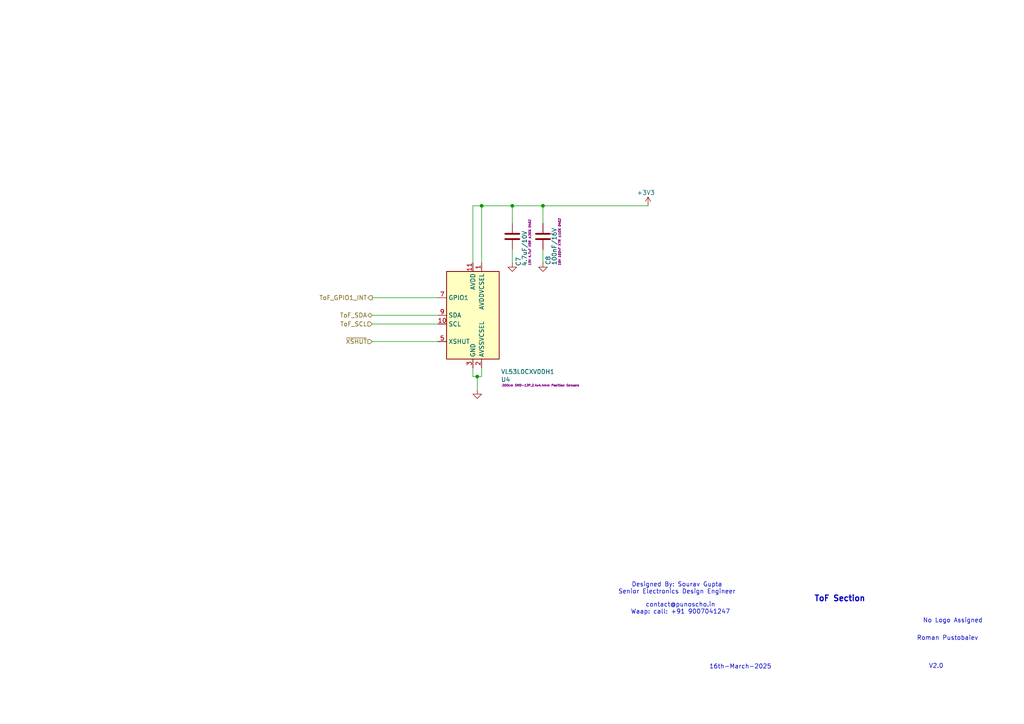
<source format=kicad_sch>
(kicad_sch (version 20250114) (generator "eeschema") (generator_version "9.0")
  (paper "A4")
  (lib_symbols
    (symbol "Device:C" (pin_numbers (hide yes)) (pin_names (offset 0.254))
      (property "Reference" "C" (at 0.635 2.54 0))
      (property "Value" "C" (at 0.635 -2.54 0))
      (symbol "C_0_1"
        (polyline (pts (xy -2.032 0.762) (xy 2.032 0.762)) (stroke (width 0.508)))
        (polyline (pts (xy -2.032 -0.762) (xy 2.032 -0.762)) (stroke (width 0.508)))
      )
      (symbol "C_1_1"
        (pin passive line (at 0 3.81 270) (length 2.794) (name "~") (number "1"))
        (pin passive line (at 0 -3.81 90) (length 2.794) (name "~") (number "2"))
      )
    )
    (symbol "Sensor_Distance:VL53L0CXV0DH1"
      (property "Reference" "U" (at -6.35 13.97 0))
      (property "Value" "VL53L0CXV0DH1" (at 12.065 13.97 0))
      (symbol "VL53L0CXV0DH1_0_1"
        (rectangle (start -7.62 12.7) (end 7.62 -12.7) (stroke (width 0.254)) (fill (type background)))
      )
      (symbol "VL53L0CXV0DH1_1_1"
        (pin open_collector line (at -10.16 5.08 0) (length 2.54) (name "GPIO1") (number "7"))
        (pin bidirectional line (at -10.16 0 0) (length 2.54) (name "SDA") (number "9"))
        (pin input line (at -10.16 -2.54 0) (length 2.54) (name "SCL") (number "10"))
        (pin input line (at -10.16 -7.62 0) (length 2.54) (name "XSHUT") (number "5"))
        (pin no_connect line (at -7.62 7.62 0) (length 2.54) (hide yes) (name "DNC") (number "8"))
        (pin power_in line (at 0 15.24 270) (length 2.54) (name "AVDD") (number "11"))
        (pin passive line (at 0 -15.24 90) (length 2.54) (hide yes) (name "GND") (number "12"))
        (pin power_in line (at 0 -15.24 90) (length 2.54) (name "GND") (number "3"))
        (pin passive line (at 0 -15.24 90) (length 2.54) (hide yes) (name "GND") (number "4"))
        (pin passive line (at 0 -15.24 90) (length 2.54) (hide yes) (name "GND") (number "6"))
        (pin power_in line (at 2.54 15.24 270) (length 2.54) (name "AVDDVCSEL") (number "1"))
        (pin power_in line (at 2.54 -15.24 90) (length 2.54) (name "AVSSVCSEL") (number "2"))
      )
    )
    (symbol "power:+3V3" (power) (pin_numbers (hide yes)) (pin_names (offset 0) (hide yes))
      (property "Value" "+3V3" (at 0 3.556 0))
      (symbol "+3V3_0_1"
        (polyline (pts (xy -0.762 1.27) (xy 0 2.54)))
        (polyline (pts (xy 0 2.54) (xy 0.762 1.27)))
        (polyline (pts (xy 0 0) (xy 0 2.54)))
      )
      (symbol "+3V3_1_1"
        (pin power_in line (at 0 0 90) (length 0) (name "~") (number "1"))
      )
    )
    (symbol "power:GND" (power) (pin_numbers (hide yes)) (pin_names (offset 0) (hide yes))
      (property "Value" "GND" (at 0 -3.81 0))
      (symbol "GND_0_1"
        (polyline (pts (xy 0 0) (xy 0 -1.27) (xy 1.27 -1.27) (xy 0 -2.54) (xy -1.27 -1.27) (xy 0 -1.27)))
      )
      (symbol "GND_1_1"
        (pin power_in line (at 0 0 270) (length 0) (name "~") (number "1"))
      )
    )
  )
  (text "V2.0" (at 271.526 193.294 0) (effects (font (size 1.27 1.27))))
  (text "No Logo Assigned" (at 276.352 180.086 0) (effects (font (size 1.27 1.27))))
  (text "Roman Pustobaiev" (at 274.828 185.166 0) (effects (font (size 1.27 1.27))))
  (text "Designed By: Sourav Gupta\nSenior Electronics Design Engineer" (at 196.342 170.688 0) (effects (font (size 1.27 1.27))))
  (text "ToF Section" (at 243.586 173.736 0) (effects (font (size 1.651 1.651) (thickness 0.3302) (bold yes))))
  (text "contact@punoscho.in\nWaap: call: +91 9007041247" (at 197.358 176.53 0) (effects (font (size 1.27 1.27))))
  (text "16th-March-2025" (at 214.7389 193.457 0) (effects (font (size 1.27 1.27))))
  (junction (at 157.48 59.69))
  (junction (at 148.59 59.69))
  (junction (at 138.43 109.22))
  (junction (at 139.7 59.69))
  (wire (pts (xy 148.59 72.39) (xy 148.59 76.2)))
  (wire (pts (xy 138.43 109.22) (xy 137.16 109.22)))
  (wire (pts (xy 107.95 99.06) (xy 127 99.06)))
  (wire (pts (xy 157.48 59.69) (xy 157.48 64.77)))
  (wire (pts (xy 148.59 59.69) (xy 148.59 64.77)))
  (wire (pts (xy 139.7 59.69) (xy 139.7 76.2)))
  (wire (pts (xy 139.7 109.22) (xy 139.7 106.68)))
  (wire (pts (xy 148.59 59.69) (xy 157.48 59.69)))
  (wire (pts (xy 157.48 72.39) (xy 157.48 76.2)))
  (wire (pts (xy 139.7 109.22) (xy 138.43 109.22)))
  (wire (pts (xy 107.95 91.44) (xy 127 91.44)))
  (wire (pts (xy 107.95 93.98) (xy 127 93.98)))
  (wire (pts (xy 139.7 59.69) (xy 148.59 59.69)))
  (wire (pts (xy 137.16 59.69) (xy 137.16 76.2)))
  (wire (pts (xy 137.16 109.22) (xy 137.16 106.68)))
  (wire (pts (xy 157.48 59.69) (xy 187.96 59.69)))
  (wire (pts (xy 137.16 59.69) (xy 139.7 59.69)))
  (wire (pts (xy 138.43 113.03) (xy 138.43 109.22)))
  (wire (pts (xy 107.95 86.36) (xy 127 86.36)))
  (hierarchical_label "ToF_SDA" (shape bidirectional) (at 107.95 91.44 180))
  (hierarchical_label "~{XSHUT}" (shape input) (at 107.95 99.06 180))
  (hierarchical_label "ToF_GPIO1_INT" (shape output) (at 107.95 86.36 180))
  (hierarchical_label "ToF_SCL" (shape input) (at 107.95 93.98 180))
  (symbol (lib_id "Device:C") (at 157.48 68.58 180) (unit 1)
    (property "Reference" "C8" (at 159.004 74.168 90) (effects (justify left)))
    (property "Value" "100nF/16V" (at 160.782 66.04 90) (effects (justify left)))
    (property "Footprint" "Capacitor_SMD:C_0402_1005Metric" (effects (hide yes)))
    (property "Description" "Unpolarized capacitor" (effects (hide yes)))
    (property "MFR" "Samsung Electro-Mechanics" (effects (hide yes)))
    (property "MFR-PN" "CL05B104KO5NNNC" (effects (hide yes)))
    (property "LCSC PN" "C1525" (effects (hide yes)))
    (property "INFO" "16V 100nF X7R ±10% 0402" (at 162.306 70.104 90) (effects (font (size 0.635 0.635) (bold yes) (italic yes))))
  )
  (symbol (lib_id "Device:C") (at 148.59 68.58 0) (unit 1)
    (property "Reference" "C7" (at 150.368 77.216 90) (effects (justify left)))
    (property "Value" "4.7uF/10V" (at 152.146 77.216 90) (effects (justify left)))
    (property "Footprint" "Capacitor_SMD:C_0402_1005Metric" (effects (hide yes)))
    (property "Description" "Unpolarized capacitor" (effects (hide yes)))
    (property "MFR" "Samsung Electro-Mechanics" (effects (hide yes)))
    (property "MFR-PN" "CL05A475MP5NRNC" (effects (hide yes)))
    (property "LCSC PN" "C23733" (effects (hide yes)))
    (property "INFO" "10V 4.7uF X5R ±20% 0402" (at 153.67 70.358 90) (effects (font (size 0.635 0.635) (bold yes) (italic yes))))
  )
  (symbol (lib_id "power:+3V3") (at 187.96 59.69 0) (unit 1)
    (property "Reference" "#PWR027" (effects (hide yes)))
    (property "Value" "+3V3" (at 187.325 55.88 0))
    (property "Description" "Power symbol creates a global label with name \"+3V3\"" (effects (hide yes)))
  )
  (symbol (lib_id "power:GND") (at 157.48 76.2 0) (unit 1)
    (property "Reference" "#PWR026" (effects (hide yes)))
    (property "Value" "GND" (effects (hide yes)))
    (property "Description" "Power symbol creates a global label with name \"GND\" , ground" (effects (hide yes)))
  )
  (symbol (lib_id "power:GND") (at 148.59 76.2 0) (unit 1)
    (property "Reference" "#PWR025" (effects (hide yes)))
    (property "Value" "GND" (effects (hide yes)))
    (property "Description" "Power symbol creates a global label with name \"GND\" , ground" (effects (hide yes)))
  )
  (symbol (lib_id "power:GND") (at 138.43 113.03 0) (unit 1)
    (property "Reference" "#PWR024" (effects (hide yes)))
    (property "Value" "GND" (effects (hide yes)))
    (property "Description" "Power symbol creates a global label with name \"GND\" , ground" (effects (hide yes)))
  )
  (symbol (lib_id "Sensor_Distance:VL53L0CXV0DH1") (at 137.16 91.44 0) (unit 1)
    (property "Reference" "U4" (at 145.288 110.109 0) (effects (justify left)))
    (property "Value" "VL53L0CXV0DH1" (at 145.288 107.823 0) (effects (justify left)))
    (property "Footprint" "Sensor_Distance:ST_VL53L1x" (effects (hide yes)))
    (property "Datasheet" "https://www.st.com/resource/en/datasheet/vl53l0x.pdf" (effects (hide yes)))
    (property "Description" "2m distance ranging ToF sensor, Optical LGA12" (effects (hide yes)))
    (property "MFR" "STMicroelectronics" (effects (hide yes)))
    (property "MFR-PN" "VL53L0CXV0DH/1" (effects (hide yes)))
    (property "INFO" "200cm SMD-12P,2.4x4.4mm Position Sensors" (at 156.718 111.76 0) (effects (font (size 0.635 0.635) (bold yes) (italic yes))))
    (property "LCSC PN" "C91199" (effects (hide yes)))
  )
)
</source>
